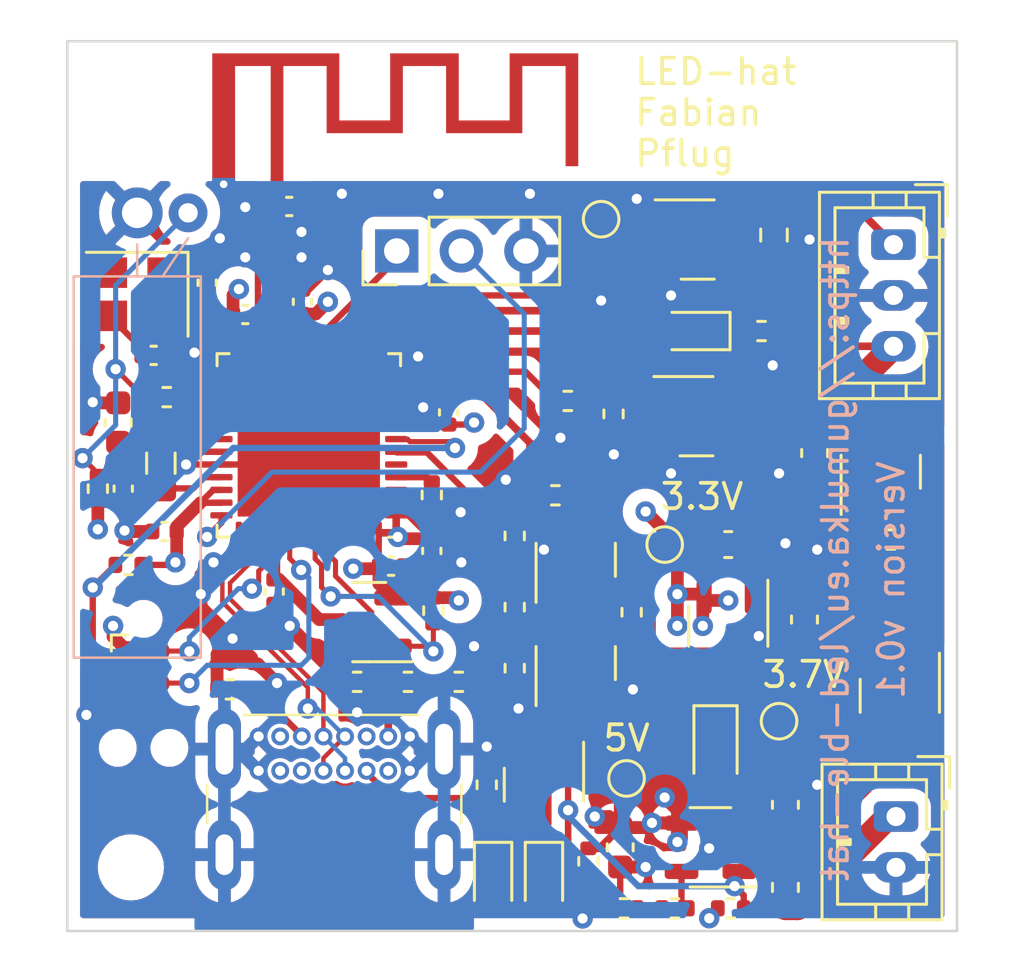
<source format=kicad_pcb>
(kicad_pcb (version 20221018) (generator pcbnew)
  (title_block (title "LED Hat") (date "${date}") (rev "${version}") (company "Fabian Pflug"))
  (layers (0 "F.Cu" signal) (1 "In1.Cu" signal) (2 "In2.Cu" signal) (31 "B.Cu" signal) (34 "B.Paste" user) (35 "F.Paste" user) (36 "B.SilkS" user "B.Silkscreen") (37 "F.SilkS" user "F.Silkscreen") (38 "B.Mask" user) (39 "F.Mask" user) (44 "Edge.Cuts" user))
  (property "date" "2024-03-12")
  (property "version" "v0.1")
  (net 0 "")
  (net 1 "/Antenna")
  (net 2 "GND")
  (net 3 "OSC_IN")
  (net 4 "OSC_OUT")
  (net 5 "/STRIP_VDD")
  (net 6 "Net-(D1-K)")
  (net 7 "LED_INDICATOR")
  (net 8 "VDD")
  (net 9 "VBUS")
  (net 10 "USB+")
  (net 11 "USB-")
  (net 12 "+3.3V")
  (net 13 "SWDIO")
  (net 14 "RESET_N")
  (net 15 "SWCLK")
  (net 16 "/BATT+")
  (net 17 "/RF")
  (net 18 "TX")
  (net 19 "RX")
  (net 20 "/WS2812B_5V")
  (net 21 "/VLXSMPS")
  (net 22 "/VFBSMPS")
  (net 23 "Net-(D5-K)")
  (net 25 "WS2812B_3V3")
  (net 26 "Net-(Q3-G)")
  (net 27 "USB_ENABLE")
  (net 28 "/VDD_USB")
  (net 29 "Net-(J2-Pin_1)")
  (net 30 "ADC_BAT_EN")
  (net 31 "Net-(Q3-D)")
  (net 32 "Net-(Q6-G)")
  (net 33 "Net-(Q6-D)")
  (net 34 "ADC_BAT")
  (net 35 "STRIP_ENABLE")
  (net 36 "Net-(Q7-D)")
  (net 37 "/Boot0")
  (net 38 "SPI_MOSI")
  (net 39 "Net-(U1-PROG)")
  (net 47 "USB_DETECT")
  (net 52 "/CC1")
  (net 53 "/CC2")
  (net 54 "/LED_POWER")
  (net 55 "/~{CHRG}")
  (net 56 "Net-(R24-Pad1)")
  (net 63 "VIBRATION")
  (net 64 "POWER_VIBRATION")
  (footprint "Resistor_SMD:R_0402_1005Metric" (layer "F.Cu") (at 156.1 69.11 180)
    (fp_text reference "R2" hide)
    (fp_text value "10k")
  )
  (footprint "Resistor_SMD:R_0402_1005Metric" (layer "F.Cu") (at 133.909999 49 180)
    (fp_text reference "R26" hide)
    (fp_text value "100k")
  )
  (footprint "Connector_JST:JST_PH_B2B-PH-K_1x02_P2.00mm_Vertical" (layer "F.Cu") (at 162.6 65.5 -90)
    (fp_text reference "J2" hide)
    (fp_text value "Battery")
  )
  (footprint "Capacitor_SMD:C_0402_1005Metric" (layer "F.Cu") (at 132.2 52.6 -90)
    (fp_text reference "C18" hide)
    (fp_text value "~")
  )
  (footprint "Resistor_SMD:R_0402_1005Metric" (layer "F.Cu") (at 146.5 64.25 90)
    (fp_text reference "R6" hide)
    (fp_text value "5.1k")
  )
  (footprint "Capacitor_SMD:C_0402_1005Metric" (layer "F.Cu") (at 133.821825 54.287006 180)
    (fp_text reference "C7" hide)
    (fp_text value "100nF")
  )
  (footprint "Resistor_SMD:R_0402_1005Metric" (layer "F.Cu") (at 149.6875 49.15)
    (fp_text reference "R3" hide)
    (fp_text value "1k")
  )
  (footprint "Resistor_SMD:R_0402_1005Metric" (layer "F.Cu") (at 151.9 69.11 180)
    (fp_text reference "R24" hide)
    (fp_text value "150R")
  )
  (footprint "LED_SMD:LED_0603_1608Metric" (layer "F.Cu") (at 154.587501 46.4 180)
    (fp_text reference "D5" hide)
    (fp_text value "GREEN")
  )
  (footprint "led-hat:GSB1C211110DS1HR" (layer "F.Cu") (at 140.5 67)
    (fp_text reference "J1" hide)
    (fp_text value "USB_C_Receptacle_USB2.0_14P")
  )
  (footprint "Capacitor_SMD:C_0603_1608Metric" (layer "F.Cu") (at 151.75 66.71 -90)
    (fp_text reference "C1" hide)
    (fp_text value "4.7uF")
  )
  (footprint "Capacitor_SMD:C_0603_1608Metric" (layer "F.Cu") (at 159.4 51.2 -90)
    (fp_text reference "C6" hide)
    (fp_text value "4.7uF")
  )
  (footprint "Resistor_SMD:R_0402_1005Metric" (layer "F.Cu") (at 147.6 59.6625 -90)
    (fp_text reference "R13" hide)
    (fp_text value "100k")
  )
  (footprint "Package_TO_SOT_SMD:SOT-23" (layer "F.Cu") (at 150 59.4625 90)
    (fp_text reference "Q6" hide)
    (fp_text value "2N7002")
  )
  (footprint "Fuse:Fuse_0603_1608Metric" (layer "F.Cu") (at 158.25 68.2875 -90)
    (fp_text reference "F1" hide)
    (fp_text value "2A")
  )
  (footprint "Resistor_SMD:R_0402_1005Metric" (layer "F.Cu") (at 136.4 60.5 180)
    (fp_text reference "R9" hide)
    (fp_text value "5.1k")
  )
  (footprint "Resistor_SMD:R_0402_1005Metric" (layer "F.Cu") (at 151.4875 49.66 -90)
    (fp_text reference "R5" hide)
    (fp_text value "100k")
  )
  (footprint "Package_TO_SOT_SMD:SOT-23" (layer "F.Cu") (at 148.75 64.25 -90)
    (fp_text reference "Q1" hide)
    (fp_text value "2N7002")
  )
  (footprint "Capacitor_SMD:C_0402_1005Metric" (layer "F.Cu") (at 137 45.75)
    (fp_text reference "C9" hide)
    (fp_text value "100nF")
  )
  (footprint "Resistor_SMD:R_0402_1005Metric" (layer "F.Cu") (at 162.4 54.6 180)
    (fp_text reference "R10" hide)
    (fp_text value "100k")
  )
  (footprint "Capacitor_SMD:C_0603_1608Metric" (layer "F.Cu") (at 158.25 65.0375 90)
    (fp_text reference "C3" hide)
    (fp_text value "4.7uF")
  )
  (footprint "Resistor_SMD:R_0402_1005Metric" (layer "F.Cu") (at 150.5 67.26 -90)
    (fp_text reference "R1" hide)
    (fp_text value "1k")
  )
  (footprint "Capacitor_SMD:C_0402_1005Metric" (layer "F.Cu") (at 135.5 44.5 90)
    (fp_text reference "C14" hide)
    (fp_text value "C_Small")
  )
  (footprint "Resistor_SMD:R_0603_1608Metric" (layer "F.Cu") (at 157.8 42.625 90)
    (fp_text reference "R14" hide)
    (fp_text value "1k")
  )
  (footprint "Resistor_SMD:R_0402_1005Metric" (layer "F.Cu") (at 157.31 46.4)
    (fp_text reference "R18" hide)
    (fp_text value "1k")
  )
  (footprint "Capacitor_SMD:C_0402_1005Metric" (layer "F.Cu") (at 139.25 45.25 90)
    (fp_text reference "C13" hide)
    (fp_text value "100nF")
  )
  (footprint "Connector_JST:JST_PH_B3B-PH-K_1x03_P2.00mm_Vertical" (layer "F.Cu") (at 162.5 43 -90)
    (fp_text reference "J5" hide)
    (fp_text value "Strip")
  )
  (footprint "Capacitor_SMD:C_0603_1608Metric" (layer "F.Cu") (at 132 50 90)
    (fp_text reference "C16" hide)
    (fp_text value "4.7uF")
  )
  (footprint "TestPoint:TestPoint_Pad_D1.0mm" (layer "F.Cu") (at 152 64)
    (fp_text reference "TP1" hide)
    (fp_text value "VBUS")
  )
  (footprint "Capacitor_SMD:C_0603_1608Metric" (layer "F.Cu") (at 156 54.8)
    (fp_text reference "C5" hide)
    (fp_text value "4.7uF")
  )
  (footprint "MountingHole:MountingHole_2.1mm" (layer "F.Cu") (at 162.5 37.5)
    (fp_text reference "H1" hide)
    (fp_text value "MountingHole")
  )
  (footprint "Connector_PinHeader_2.54mm:PinHeader_1x03_P2.54mm_Vertical" (layer "F.Cu") (at 142.96 43.25 90)
    (fp_text reference "J4" hide)
    (fp_text value "DEBUG")
  )
  (footprint "LED_SMD:LED_0603_1608Metric" (layer "F.Cu") (at 148.75 68 -90)
    (fp_text reference "D1" hide)
    (fp_text value "GREEN")
  )
  (footprint "Inductor_SMD:L_0402_1005Metric" (layer "F.Cu") (at 138.25 43 90)
    (fp_text reference "L2" hide)
    (fp_text value "0")
  )
  (footprint "TestPoint:TestPoint_Pad_D1.0mm" (layer "F.Cu") (at 151 42)
    (fp_text reference "TP10" hide)
    (fp_text value "TestPoint")
  )
  (footprint "Resistor_SMD:R_0402_1005Metric" (layer "F.Cu") (at 149.2 52.8625 180)
    (fp_text reference "R16" hide)
    (fp_text value "51k")
  )
  (footprint "Package_TO_SOT_SMD:SOT-23" (layer "F.Cu") (at 154.75 49.75)
    (fp_text reference "Q3" hide)
    (fp_text value "2N7002")
  )
  (footprint "Resistor_SMD:R_0402_1005Metric" (layer "F.Cu") (at 132.4 55.6 180)
    (fp_text reference "R11" hide)
    (fp_text value "10k")
  )
  (footprint "Resistor_SMD:R_0402_1005Metric" (layer "F.Cu") (at 152.2 57.4625 -90)
    (fp_text reference "R15" hide)
    (fp_text value "100k")
  )
  (footprint "Package_TO_SOT_SMD:SOT-23-5" (layer "F.Cu") (at 155.3 66.71 180)
    (fp_text reference "U1" hide)
    (fp_text value "TP4054")
  )
  (footprint "Capacitor_SMD:C_0402_1005Metric" (layer "F.Cu") (at 133.397561 47.35736)
    (fp_text reference "C12" hide)
    (fp_text value "C_Small")
  )
  (footprint "Crystal:Crystal_SMD_3225-4Pin_3.2x2.5mm" (layer "F.Cu") (at 132.75 44.953197 180)
    (fp_text reference "Y1" hide)
    (fp_text value "32Mhz")
  )
  (footprint "TestPoint:TestPoint_Pad_D1.0mm" (layer "F.Cu") (at 158 61.75)
    (fp_text reference "TP2" hide)
    (fp_text value "VDD")
  )
  (footprint "Resistor_SMD:R_0402_1005Metric" (layer "F.Cu") (at 144.4 57.4 -90)
    (fp_text reference "R20" hide)
    (fp_text value "100k")
  )
  (footprint "Resistor_SMD:R_0402_1005Metric" (layer "F.Cu") (at 131.2 52.6 90)
    (fp_text reference "R25" hide)
    (fp_text value "100k")
  )
  (footprint "Package_TO_SOT_SMD:SOT-23" (layer "F.Cu") (at 162 51.9375 90)
    (fp_text reference "Q4" hide)
    (fp_text value "AO3401A")
  )
  (footprint "Resistor_SMD:R_0402_1005Metric" (layer "F.Cu") (at 143.4 60.2 180)
    (fp_text reference "R22" hide)
    (fp_text value "100k")
  )
  (footprint "RF_Antenna:Texas_SWRA117D_2.4GHz_Right" (layer "F.Cu") (at 138.25 40.625)
    (fp_text reference "AE1" hide)
    (fp_text value "Antenna")
  )
  (footprint "Package_TO_SOT_SMD:SOT-23-3" (layer "F.Cu") (at 156 58 -90)
    (fp_text reference "U2" hide)
    (fp_text value "XC6206P332MR")
  )
  (footprint "MountingHole:MountingHole_2.1mm" (layer "F.Cu") (at 132.5 67.5)
    (fp_text reference "H2" hide)
    (fp_text value "MountingHole")
  )
  (footprint "Resistor_SMD:R_0402_1005Metric" (layer "F.Cu") (at 153.9 69.11 180)
    (fp_text reference "R7" hide)
    (fp_text value "1.5k")
  )
  (footprint "Package_DFN_QFN:QFN-48-1EP_7x7mm_P0.5mm_EP5.6x5.6mm" (layer "F.Cu") (at 139.5 50.9 180)
    (fp_text reference "U3" hide)
    (fp_text value "STM32WB55CGUx")
  )
  (footprint "Package_TO_SOT_SMD:SOT-23" (layer "F.Cu") (at 154.8 42.8)
    (fp_text reference "Q5" hide)
    (fp_text value "2N7002")
  )
  (footprint "Capacitor_SMD:C_0402_1005Metric" (layer "F.Cu") (at 138.73 41.5)
    (fp_text reference "C17" hide)
    (fp_text value "-")
  )
  (footprint "Capacitor_SMD:C_0402_1005Metric" (layer "F.Cu") (at 144.3375 55.05 -90)
    (fp_text reference "C10" hide)
    (fp_text value "100nF")
  )
  (footprint "Capacitor_SMD:C_0402_1005Metric" (layer "F.Cu") (at 142.7375 55.65)
    (fp_text reference "C11" hide)
    (fp_text value "100nF")
  )
  (footprint "Resistor_SMD:R_0402_1005Metric" (layer "F.Cu") (at 144.3375 52.85 90)
    (fp_text reference "R21" hide)
    (fp_text value "10k")
  )
  (footprint "Package_TO_SOT_SMD:SOT-23" (layer "F.Cu") (at 162.75 60.75 -90)
    (fp_text reference "Q2" hide)
    (fp_text value "AO3401A")
  )
  (footprint "Capacitor_SMD:C_0603_1608Metric" (layer "F.Cu") (at 159 57.75 90)
    (fp_text reference "C4" hide)
    (fp_text value "4.7uF")
  )
  (footprint "Package_TO_SOT_SMD:SOT-23" (layer "F.Cu") (at 150 55.4 90)
    (fp_text reference "Q7" hide)
    (fp_text value "BSS84")
  )
  (footprint "Package_TO_SOT_SMD:SOT-23" (layer "F.Cu") (at 141.875 57.85 180)
    (fp_text reference "Q8" hide)
    (fp_text value "BSS84")
  )
  (footprint "Capacitor_SMD:C_0402_1005Metric" (layer "F.Cu") (at 138.1375 56.65 -90)
    (fp_text reference "C8" hide)
    (fp_text value "100nF")
  )
  (footprint "Resistor_SMD:R_0402_1005Metric" (layer "F.Cu") (at 145.4 60.2)
    (fp_text reference "R4" hide)
    (fp_text value "100k")
  )
  (footprint "Connector:Tag-Connect_TC2030-IDC-NL_2x03_P1.27mm_Vertical" (layer "F.Cu") (at 133 60.26 -90)
    (fp_text reference "J3" hide)
    (fp_text value "Prog")
  )
  (footprint "Resistor_SMD:R_0402_1005Metric" (layer "F.Cu") (at 147.6 57.2625 90)
    (fp_text reference "R12" hide)
    (fp_text value "1k")
  )
  (footprint "TestPoint:TestPoint_Pad_D1.0mm" (layer "F.Cu") (at 153.5 54.8)
    (fp_text reference "TP3" hide)
    (fp_text value "+3V3")
  )
  (footprint "Capacitor_SMD:C_0402_1005Metric" (layer "F.Cu") (at 145 49.6 90)
    (fp_text reference "C15" hide)
    (fp_text value "100nF")
  )
  (footprint "Inductor_SMD:L_0805_2012Metric" (layer "F.Cu") (at 133.680403 51.600001 90)
    (fp_text reference "L1" hide)
    (fp_text value "2.2uH")
  )
  (footprint "Resistor_SMD:R_0402_1005Metric" (layer "F.Cu") (at 141.4 60.2 180)
    (fp_text reference "R23" hide)
    (fp_text value "100k")
  )
  (footprint "Resistor_SMD:R_0402_1005Metric" (layer "F.Cu") (at 147.6 54.4625 -90)
    (fp_text reference "R17" hide)
    (fp_text value "51k")
  )
  (footprint "Diode_SMD:D_SOD-323" (layer "F.Cu") (at 155.5 62.75 -90)
    (fp_text reference "D3" hide)
    (fp_text value "Schottky")
  )
  (footprint "LED_SMD:LED_0603_1608Metric" (layer "F.Cu") (at 146.75 68 -90)
    (fp_text reference "D2" hide)
    (fp_text value "RED")
  )
  (footprint "led-hat:SW-18010P" (layer "B.Cu") (at 132.75 49.249999 -90)
    (fp_text reference "SW1" hide)
    (fp_text value "SW_Reed")
  )
  (gr_rect locked (start 130 35) (end 165 70) (stroke (width 0.1)) (fill none) (layer "Edge.Cuts"))
  (gr_text "https://gumulka.eu/led-ble-hat" (at 160.8 42.6 90) (layer "B.SilkS") (effects (font (size 1 1)) (justify left bottom mirror)))
  (gr_text "Version ${version}" (at 163 56.2 90) (layer "B.SilkS") (effects (font (size 1 1)) (justify bottom mirror)))
  (gr_text "LED-hat\nFabian\nPflug" (at 152.25 40) (layer "F.SilkS") (effects (font (size 1 1)) (justify left bottom)))
  (gr_text "5V" (at 151 63) (layer "F.SilkS") (effects (font (size 1 1)) (justify left bottom)))
  (gr_text "3.7V" (at 157.25 60.5) (layer "F.SilkS") (effects (font (size 1 1)) (justify left bottom)))
  (gr_text "3.3V" (at 153.25 53.5) (layer "F.SilkS") (effects (font (size 1 1)) (justify left bottom)))
  (segment (start 138.25 41.5) (end 138.25 40.75) (width 0.5) (layer "F.Cu") (net 1))
  (segment (start 138.25 42.515) (end 138.25 41.5) (width 0.5) (layer "F.Cu") (net 1))
  (segment (start 140.25 44) (end 139.48 44.77) (width 0.3) (layer "F.Cu") (net 2))
  (segment (start 159.4875 64.2625) (end 159.5 64.25) (width 0.5) (layer "F.Cu") (net 2))
  (segment (start 147.6 54.9725) (end 148.7225 54.9725) (width 0.25) (layer "F.Cu") (net 2))
  (segment (start 132.365 61.53) (end 130.78 61.53) (width 0.5) (layer "F.Cu") (net 2))
  (segment (start 161 45) (end 159.8 43.8) (width 0.3) (layer "F.Cu") (net 2))
  (segment (start 144.3375 53.36) (end 145.306474 53.36) (width 0.25) (layer "F.Cu") (net 2))
  (segment (start 136.18 62.85) (end 136.675 62.85) (width 0.25) (layer "F.Cu") (net 2))
  (segment (start 158.025 51.975) (end 158 52) (width 0.5) (layer "F.Cu") (net 2))
  (segment (start 139.25 44.77) (end 139.25 43.538186) (width 0.3) (layer "F.Cu") (net 2))
  (segment (start 148.7225 54.9725) (end 148.75 55) (width 0.25) (layer "F.Cu") (net 2))
  (segment (start 152.15 60.4) (end 152.25 60.5) (width 0.25) (layer "F.Cu") (net 2))
  (segment (start 153.8625 44.8875) (end 153.75 45) (width 0.3) (layer "F.Cu") (net 2))
  (segment (start 137 43.5) (end 137 41.525) (width 0.25) (layer "F.Cu") (net 2))
  (segment (start 134.703197 45.803197) (end 135 46.1) (width 0.25) (layer "F.Cu") (net 2))
  (segment (start 147.5725 60.2) (end 147.6 60.1725) (width 0.5) (layer "F.Cu") (net 2))
  (segment (start 148.04 43.25) (end 148.04 41.16) (width 0.3) (layer "F.Cu") (net 2))
  (segment (start 150.95 60.4) (end 152.15 60.4) (width 0.25) (layer "F.Cu") (net 2))
  (segment (start 136.0625 51.65) (end 138.75 51.65) (width 0.25) (layer "F.Cu") (net 2))
  (segment (start 135.25 57.25) (end 135.25 56.75) (width 0.5) (layer "F.Cu") (net 2))
  (segment (start 159.2 43.2) (end 159.2 42.8) (width 0.3) (layer "F.Cu") (net 2))
  (segment (start 144.2175 55.65) (end 144.3375 55.53) (width 0.5) (layer "F.Cu") (net 2))
  (segment (start 137.75 49.15) (end 139.5 50.9) (width 0.25) (layer "F.Cu") (net 2))
  (segment (start 153.8125 51.9375) (end 153.75 52) (width 0.3) (layer "F.Cu") (net 2))
  (segment (start 139.211814 42.500001) (end 139.211813 42.5) (width 0.3) (layer "F.Cu") (net 2))
  (segment (start 147.6 61.1) (end 147.75 61.25) (width 0.3) (layer "F.Cu") (net 2))
  (segment (start 137.75 47.4625) (end 137.75 49.15) (width 0.25) (layer "F.Cu") (net 2))
  (segment (start 136.18 62.85) (end 136.05 62.98) (width 0.25) (layer "F.Cu") (net 2))
  (segment (start 132.287006 54.287006) (end 132.25 54.25) (width 0.5) (layer "F.Cu") (net 2))
  (segment (start 143.2175 55.65) (end 144.2175 55.65) (width 0.5) (layer "F.Cu") (net 2))
  (segment (start 137.75 46.313173) (end 137.48 46.043173) (width 0.25) (layer "F.Cu") (net 2))
  (segment (start 140.89 60.2) (end 140.89 60.89) (width 0.3) (layer "F.Cu") (net 2))
  (segment (start 134.670353 51.650002) (end 134.670354 51.650001) (width 0.25) (layer "F.Cu") (net 2))
  (segment (start 131.65 42.849999) (end 132.75 41.749999) (width 0.5) (layer "F.Cu") (net 2))
  (segment (start 144.72 49.4) (end 145 49.12) (width 0.25) (layer "F.Cu") (net 2))
  (segment (start 157.575 58.4) (end 159 56.975) (width 0.5) (layer "F.Cu") (net 2))
  (segment (start 135.5 44.02) (end 135.5 43.25) (width 0.25) (layer "F.Cu") (net 2))
  (segment (start 133.85 45.803197) (end 134.703197 45.803197) (width 0.25) (layer "F.Cu") (net 2))
  (segment (start 137.48 46.043173) (end 137.48 45.75) (width 0.25) (layer "F.Cu") (net 2))
  (segment (start 135.25 56) (end 135.25 56.75) (width 0.5) (layer "F.Cu") (net 2))
  (segment (start 158.2 54.8) (end 158.25 54.75) (width 0.5) (layer "F.Cu") (net 2))
  (segment (start 139.211813 41.501813) (end 139.21 41.5) (width 0.3) (layer "F.Cu") (net 2))
  (segment (start 140.89 60.2) (end 140.89 60.14) (width 0.3) (layer "F.Cu") (net 2))
  (segment (start 140.89 60.14) (end 138.75 58) (width 0.3) (layer "F.Cu") (net 2))
  (segment (start 131.025 49.225) (end 131 49.2) (width 0.5) (layer "F.Cu") (net 2))
  (segment (start 145.91 60.2) (end 147.5725 60.2) (width 0.5) (layer "F.Cu") (net 2))
  (segment (start 157.82 47.68) (end 157.75 47.75) (width 0.3) (layer "F.Cu") (net 2))
  (segment (start 155.29 66.71) (end 155.25 66.75) (width 0.5) (layer "F.Cu") (net 2))
  (segment (start 153.8625 43.75) (end 153.8625 44.8875) (width 0.3) (layer "F.Cu") (net 2))
  (segment (start 140.89 60.89) (end 141.4 61.4) (width 0.3) (layer "F.Cu") (net 2))
  (segment (start 148.04 41.16) (end 148.2 41) (width 0.3) (layer "F.Cu") (net 2))
  (segment (start 157.2 58.4) (end 157.575 58.4) (width 0.5) (layer "F.Cu") (net 2))
  (segment (start 147.6 60.1725) (end 147.6 61.1) (width 0.3) (layer "F.Cu") (net 2))
  (segment (start 156.4375 66.71) (end 155.29 66.71) (width 0.5) (layer "F.Cu") (net 2))
  (segment (start 137.25 59.25) (end 136.5 58.5) (width 0.5) (layer "F.Cu") (net 2))
  (segment (start 144 49.4) (end 144.72 49.4) (width 0.25) (layer "F.Cu") (net 2))
  (segment (start 138.25 60.25) (end 137.49 59.49) (width 0.5) (layer "F.Cu") (net 2))
  (segment (start 134.89264 47.35736) (end 135 47.25) (width 0.25) (layer "F.Cu") (net 2))
  (segment (start 133.341825 54.287006) (end 132.287006 54.287006) (width 0.5) (layer "F.Cu") (net 2))
  (segment (start 137.49 59.49) (end 137.25 59.49) (width 0.5) (layer "F.Cu") (net 2))
  (segment (start 150.671221 69.11) (end 150.271092 69.510129) (width 0.25) (layer "F.Cu") (net 2))
  (segment (start 137.25 59.49) (end 137.25 59.25) (width 0.5) (layer "F.Cu") (net 2))
  (segment (start 137 41.525) (end 136.1 40.625) (width 0.25) (layer "F.Cu") (net 2))
  (segment (start 135.75 55.5) (end 135.25 56) (width 0.5) (layer "F.Cu") (net 2))
  (segment (start 136.675 62.85) (end 137.525 63.7) (width 0.5) (layer "F.Cu") (net 2))
  (segment (start 132 49.225) (end 131.025 49.225) (width 0.5) (layer "F.Cu") (net 2))
  (segment (start 138.1375 57.3875) (end 138.75 58) (width 0.5) (layer "F.Cu") (net 2))
  (segment (start 159.8 43.8) (end 159.2 43.2) (width 0.3) (layer "F.Cu") (net 2))
  (segment (start 158.25 64.2625) (end 159.4875 64.2625) (width 0.5) (layer "F.Cu") (net 2))
  (segment (start 137.48 45.75) (end 137.5 45.73) (width 0.25) (layer "F.Cu") (net 2))
  (segment (start 147.0625 63.3125) (end 146.5 62.75) (width 0.25) (layer "F.Cu") (net 2))
  (segment (start 152.75 67.485) (end 151.75 67.485) (width 0.5) (layer "F.Cu") (net 2))
  (segment (start 137.5 44) (end 137 43.5) (width 0.25) (layer "F.Cu") (net 2))
  (segment (start 151.75 68.75) (end 151.39 69.11) (width 0.25) (layer "F.Cu") (net 2))
  (segment (start 138.1375 57.13) (end 138.1375 57.3875) (width 0.5) (layer "F.Cu") (net 2))
  (segment (start 159.4 51.975) (end 158.025 51.975) (width 0.5) (layer "F.Cu") (net 2))
  (segment (start 151.4875 51.2375) (end 151.5 51.25) (width 0.25) (layer "F.Cu") (net 2))
  (segment (start 151.75 67.485) (end 151.75 68.75) (width 0.25) (layer "F.Cu") (net 2))
  (segment (start 138.75 51.65) (end 139.5 50.9) (width 0.25) (layer "F.Cu") (net 2))
  (segment (start 156.775 54.8) (end 158.2 54.8) (width 0.5) (layer "F.Cu") (net 2))
  (segment (start 157.82 46.4) (end 157.82 47.68) (width 0.3) (layer "F.Cu") (net 2))
  (segment (start 133.877561 47.35736) (end 134.89264 47.35736) (width 0.25) (layer "F.Cu") (net 2))
  (segment (start 139.211813 42.5) (end 139.211813 41.501813) (width 0.3) (layer "F.Cu") (net 2))
  (segment (start 136.5 58.5) (end 135.89 59.11) (width 0.5) (layer "F.Cu") (net 2))
  (segment (start 157.2 58.4) (end 157.2 57.1125) (width 0.5) (layer "F.Cu") (net 2))
  (segment (start 131.65 44.103197) (end 131.65 42.849999) (width 0.5) (layer "F.Cu") (net 2))
  (segment (start 162.5 45) (end 161 45) (width 0.3) (layer "F.Cu") (net 2))
  (segment (start 135.5 43.25) (end 136 42.75) (width 0.25) (layer "F.Cu") (net 2))
  (segment (start 157.2 57.1125) (end 156.95 56.8625) (width 0.5) (layer "F.Cu") (net 2))
  (segment (start 139.48 44.77) (end 139.25 44.77) (width 0.3) (layer "F.Cu") (net 2))
  (segment (start 153.8125 50.7) (end 153.8125 51.9375) (width 0.3) (layer "F.Cu") (net 2))
  (segment (start 146.5 63.74) (end 146.5 62.75) (width 0.25) (layer "F.Cu") (net 2))
  (segment (start 139.211814 43.5) (end 139.211814 42.500001) (width 0.3) (layer "F.Cu") (net 2))
  (segment (start 145.306474 53.36) (end 145.473237 53.526763) (width 0.25) (layer "F.Cu") (net 2))
  (segment (start 136.5 58.5) (end 135.25 57.25) (width 0.5) (layer "F.Cu") (net 2))
  (segment (start 139.25 43.538186) (end 139.211814 43.5) (width 0.3) (layer "F.Cu") (net 2))
  (segment (start 145.47 55.53) (end 145.5 55.5) (width 0.25) (layer "F.Cu") (net 2))
  (segment (start 144.3375 55.53) (end 145.47 55.53) (width 0.5) (layer "F.Cu") (net 2))
  (segment (start 137.5 45.73) (end 137.5 44) (width 0.25) (layer "F.Cu") (net 2))
  (segment (start 130.78 61.53) (end 130.75 61.5) (width 0.5) (layer "F.Cu") (net 2))
  (segment (start 151.4875 50.17) (end 151.4875 51.2375) (width 0.25) (layer "F.Cu") (net 2))
  (segment (start 135.89 59.11) (end 135.89 60.5) (width 0.5) (layer "F.Cu") (net 2))
  (segment (start 147.8 63.3125) (end 147.0625 63.3125) (width 0.25) (layer "F.Cu") (net 2))
  (segment (start 135 46.1) (end 135 47.25) (width 0.25) (layer "F.Cu") (net 2))
  (segment (start 151.39 69.11) (end 150.671221 69.11) (width 0.25) (layer "F.Cu") (net 2))
  (segment (start 134.670354 51.650001) (end 136.0625 51.650001) (width 0.25) (layer "F.Cu") (net 2))
  (segment (start 137.75 47.4625) (end 137.75 46.313173) (width 0.25) (layer "F.Cu") (net 2))
  (segment (start 145.51 55.51) (end 145.5 55.5) (width 0.25) (layer "F.Cu") (net 2))
  (via (at 139.211813 42.5) (size 0.8) (drill 0.4) (layers "F.Cu" "B.Cu") (net 2))
  (via (at 132.25 54.25) (size 0.8) (drill 0.4) (layers "F.Cu" "B.Cu") (net 2))
  (via (at 153.75 52) (size 0.8) (drill 0.4) (layers "F.Cu" "B.Cu") (net 2))
  (via (at 138.75 58) (size 0.8) (drill 0.4) (layers "F.Cu" "B.Cu") (net 2))
  (via (at 131 49.2) (size 0.8) (drill 0.4) (layers "F.Cu" "B.Cu") (net 2))
  (via (at 135 47.25) (size 0.8) (drill 0.4) (layers "F.Cu" "B.Cu") (net 2))
  (via (at 153.75 45) (size 0.8) (drill 0.4) (layers "F.Cu" "B.Cu") (net 2))
  (via (at 140.25 44) (size 0.8) (drill 0.4) (layers "F.Cu" "B.Cu") (net 2))
  (via (at 149.4 50.6) (size 0.8) (drill 0.4) (layers "F.Cu" "B.Cu") (net 2))
  (via (at 145.5 55.5) (size 0.8) (drill 0.4) (layers "F.Cu" "B.Cu") (net 2))
  (via (at 159.2 42.8) (size 0.8) (drill 0.4) (layers "F.Cu" "B.Cu") (net 2))
  (via (at 135.25 56.75) (size 0.8) (drill 0.4) (layers "F.Cu" "B.Cu") (net 2))
  (via (at 146.5 62.75) (size 0.8) (drill 0.4) (layers "F.Cu" "B.Cu") (net 2))
  (via (at 157.2 58.4) (size 0.8) (drill 0.4) (layers "F.Cu" "B.Cu") (net 2))
  (via (at 137 41.525) (size 0.8) (drill 0.4) (layers "F.Cu" "B.Cu") (net 2))
  (via (at 148.75 55) (size 0.8) (drill 0.4) (layers "F.Cu" "B.Cu") (net 2))
  (via (at 137 43.5) (size 0.8) (drill 0.4) (layers "F.Cu" "B.Cu") (net 2))
  (via (at 140.8 41) (size 0.8) (drill 0.4) (layers "F.Cu" "B.Cu") (net 2))
  (via (at 147.25 52.25) (size 0.8) (drill 0.4) (layers "F.Cu" "B.Cu") (net 2))
  (via (at 136.5 58.5) (size 0.8) (drill 0.4) (layers "F.Cu" "B.Cu") (net 2))
  (via (at 155.25 66.75) (size 0.8) (drill 0.4) (layers "F.Cu" "B.Cu") (net 2))
  (via (at 158.25 54.75) (size 0.8) (drill 0.4) (layers "F.Cu" "B.Cu") (net 2))
  (via (at 136 42.75) (size 0.8) (drill 0.4) (layers "F.Cu" "B.Cu") (net 2))
  (via (at 143.8 47.4) (size 0.8) (drill 0.4) (layers "F.Cu" "B.Cu") (net 2))
  (via (at 144.6 41) (size 0.8) (drill 0.4) (layers "F.Cu" "B.Cu") (net 2))
  (via (at 141.4 61.4) (size 0.8) (drill 0.4) (layers "F.Cu" "B.Cu") (net 2))
  (via (at 134.670353 51.650002) (size 0.8) (drill 0.4) (layers "F.Cu" "B.Cu") (net 2))
  (via (at 159.5 64.25) (size 0.8) (drill 0.4) (layers "F.Cu" "B.Cu") (net 2))
  (via (at 147.75 61.25) (size 0.8) (drill 0.4) (layers "F.Cu" "B.Cu") (net 2))
  (via (at 159.5 55) (size 0.8) (drill 0.4) (layers "F.Cu" "B.Cu") (net 2))
  (via (at 130.75 61.5) (size 0.8) (drill 0.4) (layers "F.Cu" "B.Cu") (net 2))
  (via (at 139.211814 43.5) (size 0.8) (drill 0.4) (layers "F.Cu" "B.Cu") (net 2))
  (via (at 152.4 41.2) (size 0.8) (drill 0.4) (layers "F.Cu" "B.Cu") (net 2))
  (via (at 138.25 60.25) (size 0.8) (drill 0.4) (layers "F.Cu" "B.Cu") (net 2))
  (via (at 148.2 41) (size 0.8) (drill 0.4) (layers "F.Cu" "B.Cu") (net 2))
  (via (at 146 58.8) (size 0.8) (drill 0.4) (layers "F.Cu" "B.Cu") (net 2))
  (via (at 157.75 47.75) (size 0.8) (drill 0.4) (layers "F.Cu" "B.Cu") (net 2))
  (via (at 152.75 67.485) (size 0.8) (drill 0.4) (layers "F.Cu" "B.Cu") (net 2))
  (via (at 152.25 60.5) (size 0.8) (drill 0.4) (layers "F.Cu" "B.Cu") (net 2))
  (via (at 151.5 51.25) (size 0.8) (drill 0.4) (layers "F.Cu" "B.Cu") (net 2))
  (via (at 158 52) (size 0.8) (drill 0.4) (layers "F.Cu" "B.Cu") (net 2))
  (via (at 135.75 55.5) (size 0.8) (drill 0.4) (layers "F.Cu" "B.Cu") (net 2))
  (via (at 145.473237 53.526763) (size 0.8) (drill 0.4) (layers "F.Cu" "B.Cu") (net 2))
  (via (at 144 49.4) (size 0.8) (drill 0.4) (layers "F.Cu" "B.Cu") (net 2))
  (via (at 151 45.2) (size 0.8) (drill 0.4) (layers "F.Cu" "B.Cu") (net 2))
  (via (at 150.271092 69.510129) (size 0.8) (drill 0.4) (layers "F.Cu" "B.Cu") (net 2))
  (segment (start 136.675 62.85) (end 137.525 63.7) (width 0.5) (layer "B.Cu") (net 2))
  (segment (start 144.82 67) (end 144.82 62.85) (width 0.5) (layer "B.Cu") (net 2))
  (segment (start 136.18 62.85) (end 136.675 62.85) (width 0.5) (layer "B.Cu") (net 2))
  (segment (start 144.82 62.85) (end 144.325 62.85) (width 0.5) (layer "B.Cu") (net 2))
  (segment (start 136.18 67) (end 136.18 62.85) (width 0.5) (layer "B.Cu") (net 2))
  (segment (start 144.325 62.85) (end 143.475 63.7) (width 0.5) (layer "B.Cu") (net 2))
  (segment (start 133.400202 48.15) (end 132.917561 47.667359) (width 0.25) (layer "F.Cu") (net 3))
  (segment (start 132.917561 47.070758) (end 131.65 45.803197) (width 0.25) (layer "F.Cu") (net 3))
  (segment (start 132.917561 47.35736) (end 132.917561 47.070758) (width 0.25) (layer "F.Cu") (net 3))
  (segment (start 136.0625 48.15) (end 133.400202 48.15) (width 0.25) (layer "F.Cu") (net 3))
  (segment (start 132.917561 47.667359) (end 132.917561 47.35736) (width 0.25) (layer "F.Cu") (net 3))
  (segment (start 135.5 44.98) (end 135.5 45.75) (width 0.25) (layer "F.Cu") (net 4))
  (segment (start 135.332942 44.98) (end 135.5 44.98) (width 0.25) (layer "F.Cu") (net 4))
  (segment (start 134.456139 44.103197) (end 135.332942 44.98) (width 0.25) (layer "F.Cu") (net 4))
  (segment (start 136.75 47) (end 136.75 47.4625) (width 0.25) (layer "F.Cu") (net 4))
  (segment (start 135.5 45.75) (end 136.75 47) (width 0.25) (layer "F.Cu") (net 4))
  (segment (start 133.85 44.103197) (end 134.456139 44.103197) (width 0.25) (layer "F.Cu") (net 4))
  (segment (start 159.4 50.425) (end 159.4 50.1) (width 1) (layer "F.Cu") (net 5))
  (segment (start 159.4 50.1) (end 162.5 47) (width 1) (layer "F.Cu") (net 5))
  (segment (start 160.25 47) (end 162.5 47) (width 0.3) (layer "F.Cu") (net 5))
  (segment (start 157.8 44.55) (end 160.25 47) (width 0.3) (layer "F.Cu") (net 5))
  (segment (start 161.425 50.425) (end 159.4 50.425) (width 1) (layer "F.Cu") (net 5))
  (segment (start 162 47.5) (end 162.5 47) (width 1) (layer "F.Cu") (net 5))
  (segment (start 157.8 43.45) (end 157.8 44.55) (width 0.3) (layer "F.Cu") (net 5))
  (segment (start 162 51) (end 161.425 50.425) (width 1) (layer "F.Cu") (net 5))
  (segment (start 148.75 65.1875) (end 148.75 67.2125) (width 0.25) (layer "F.Cu") (net 6))
  (segment (start 143.3125 46.4) (end 153.800001 46.4) (width 0.3) (layer "F.Cu") (net 7))
  (segment (start 142.25 47.4625) (end 143.3125 46.4) (width 0.3) (layer "F.Cu") (net 7))
  (segment (start 150.95 56.3375) (end 151.585 56.3375) (width 0.3) (layer "F.Cu") (net 8))
  (segment (start 153 58.5) (end 153.5 59) (width 0.3) (layer "F.Cu") (net 8))
  (segment (start 153 57.25) (end 153 58.5) (width 0.3) (layer "F.Cu") (net 8))
  (segment (start 153.5 59) (end 155.8625 59) (width 0.3) (layer "F.Cu") (net 8))
  (segment (start 151.585 56.3375) (end 152.2 56.9525) (width 0.3) (layer "F.Cu") (net 8))
  (segment (start 152.2 56.9525) (end 152.7025 56.9525) (width 0.3) (layer "F.Cu") (net 8))
  (segment (start 152.7025 56.9525) (end 153 57.25) (width 0.3) (layer "F.Cu") (net 8))
  (segment (start 155.8625 59) (end 156 59.1375) (width 0.3) (layer "F.Cu") (net 8))
  (segment (start 156.7 63.8) (end 155.5 63.8) (width 0.25) (layer "F.Cu") (net 9))
  (segment (start 159.8 63.1625) (end 157.3375 63.1625) (width 0.25) (layer "F.Cu") (net 9))
  (segment (start 150.5 66.75) (end 150.935 66.75) (width 0.3) (layer "F.Cu") (net 9))
  (segment (start 159.8 63.1625) (end 159.896948 63.1625) (width 0.2) (layer "F.Cu") (net 9))
  (segment (start 150.935 66.75) (end 151.75 65.935) (width 0.3) (layer "F.Cu") (net 9))
  (segment (start 142.625 61.485) (end 142.625 62.35) (width 0.3) (layer "F.Cu") (net 9))
  (segment (start 153 65.75) (end 154.1525 65.75) (width 0.5) (layer "F.Cu") (net 9))
  (segment (start 155.59 69.162966) (end 155.252347 69.500619) (width 0.25) (layer "F.Cu") (net 9))
  (segment (start 151.315 65.5) (end 151.75 65.935) (width 0.5) (layer "F.Cu") (net 9))
  (segment (start 143.91 60.2) (end 142.625 61.485) (width 0.3) (layer "F.Cu") (net 9))
  (segment (start 163.246948 59.8125) (end 163.7 59.8125) (width 0.2) (layer "F.Cu") (net 9))
  (segment (start 157.3375 63.1625) (end 156.7 63.8) (width 0.25) (layer "F.Cu") (net 9))
  (segment (start 154 65.25) (end 153.5 64.75) (width 0.5) (layer "F.Cu") (net 9))
  (segment (start 152.815 65.935) (end 153 65.75) (width 0.5) (layer "F.Cu") (net 9))
  (segment (start 151.75 65.935) (end 152.815 65.935) (width 0.5) (layer "F.Cu") (net 9))
  (segment (start 150.75 65.5) (end 151.315 65.5) (width 0.5) (layer "F.Cu") (net 9))
  (segment (start 154 66.5) (end 154 65.25) (width 0.5) (layer "F.Cu") (net 9))
  (segment (start 144.89 60.2) (end 143.91 60.2) (width 0.3) (layer "F.Cu") (net 9))
  (segment (start 154.1525 65.75) (end 154.1625 65.76) (width 0.5) (layer "F.Cu") (net 9))
  (segment (start 159.896948 63.1625) (end 163.246948 59.8125) (width 0.2) (layer "F.Cu") (net 9))
  (segment (start 155.59 69.11) (end 155.59 69.162966) (width 0.25) (layer "F.Cu") (net 9))
  (via (at 155.252347 69.500619) (size 0.8) (drill 0.4) (layers "F.Cu" "B.Cu") (net 9))
  (via (at 150.75 65.5) (size 0.8) (drill 0.4) (layers "F.Cu" "B.Cu") (net 9))
  (via (at 154 66.5) (size 0.8) (drill 0.4) (layers "F.Cu" "B.Cu") (net 9))
  (via (at 153.5 64.75) (size 0.8) (drill 0.4) (layers "F.Cu" "B.Cu") (net 9))
  (via (at 153 65.75) (size 0.8) (drill 0.4) (layers "F.Cu" "B.Cu") (net 9))
  (segment (start 137.25 54.993751) (end 137.25 54.3375) (width 0.174752) (layer "F.Cu") (net 10))
  (segment (start 140.075 62.35) (end 140.075 60.611628) (width 0.174752) (layer "F.Cu") (net 10))
  (segment (start 140.075 60.611628) (end 136.400876 56.937504) (width 0.174752) (layer "F.Cu") (net 10))
  (segment (start 136.400876 56.937504) (end 136.400876 56.312496) (width 0.174752) (layer "F.Cu") (net 10))
  (segment (start 137.150876 55.092875) (end 137.25 54.993751) (width 0.174752) (layer "F.Cu") (net 10))
  (segment (start 136.400876 56.312496) (end 137.150876 55.562496) (width 0.174752) (layer "F.Cu") (net 10))
  (segment (start 137.150876 55.562496) (end 137.150876 55.092875) (width 0.174752) (layer "F.Cu") (net 10))
  (segment (start 140.925 63.2) (end 140.075 62.35) (width 0.174752) (layer "B.Cu") (net 10))
  (segment (start 140.925 63.7) (end 140.925 63.2) (width 0.174752) (layer "B.Cu") (net 10))
  (segment (start 139.460624 61.25) (end 139.460624 60.423996) (width 0.174752) (layer "F.Cu") (net 11))
  (segment (start 136.099124 57.062496) (end 136.099124 56.187504) (width 0.174752) (layer "F.Cu") (net 11))
  (segment (start 140.075 63.7) (end 140.075 63.2) (width 0.174752) (layer "F.Cu") (net 11))
  (segment (start 136.849124 55.092875) (end 136.75 54.993751) (width 0.174752) (layer "F.Cu") (net 11))
  (segment (start 136.849124 55.437504) (end 136.849124 55.092875) (width 0.174752) (layer "F.Cu") (net 11))
  (segment (start 139.460624 60.423996) (end 136.099124 57.062496) (width 0.174752) (layer "F.Cu") (net 11))
  (segment (start 136.099124 56.187504) (end 136.849124 55.437504) (width 0.174752) (layer "F.Cu") (net 11))
  (segment (start 140.075 63.2) (end 140.925 62.35) (width 0.174752) (layer "F.Cu") (net 11))
  (segment (start 136.75 54.993751) (end 136.75 54.3375) (width 0.174752) (layer "F.Cu") (net 11))
  (via (at 139.460624 61.25) (size 0.8) (drill 0.4) (layers "F.Cu" "B.Cu") (net 11))
  (segment (start 139.825 61.25) (end 140.925 62.35) (width 0.174752) (layer "B.Cu") (net 11))
  (segment (start 139.460624 61.25) (end 139.825 61.25) (width 0.174752) (layer "B.Cu") (net 11))
  (segment (start 142.25 54.3375) (end 142.25 55.6425) (width 0.25) (layer "F.Cu") (net 12))
  (segment (start 136.52 45.76149) (end 136.52 45.75) (width 0.25) (layer "F.Cu") (net 12))
  (segment (start 154 56.75) (end 154.9375 56.75) (width 0.5) (layer "F.Cu") (net 12))
  (segment (start 144.39 56.9) (end 144.4 56.89) (width 0.5) (layer "F.Cu") (net 12))
  (segment (start 135.236038 53.155636) (end 134.301824 54.08985) (width 0.5) (layer "F.Cu") (net 12))
  (segment (start 134.15 55.6) (end 134.25 55.5) (width 0.25) (layer "F.Cu") (net 12))
  (segment (start 146.000763 50) (end 145.920763 50.08) (width 0.25) (layer "F.Cu") (net 12))
  (segment (start 141.25 55.75) (end 142.1575 55.75) (width 0.5) (layer "F.Cu") (net 12))
  (segment (start 139.25 45.73) (end 139.77 45.73) (width 0.5) (layer "F.Cu") (net 12))
  (segment (start 138.75 46.75) (end 139.25 46.25) (width 0.25) (layer "F.Cu") (net 12))
  (segment (start 138.75 47.4625) (end 138.75 46.75) (width 0.25) (layer "F.Cu") (net 12))
  (segment (start 142.25 55.6425) (end 142.2575 55.65) (width 0.25) (layer "F.Cu") (net 12))
  (segment (start 139.77 45.73) (end 140.25 45.25) (width 0.5) (layer "F.Cu") (net 12))
  (segment (start 142.2575 55.65) (end 142.2575 56.345) (width 0.5) (layer "F.Cu") (net 12))
  (segment (start 155.05 54.975) (end 155.225 54.8) (width 0.5) (layer "F.Cu") (net 12))
  (segment (start 155.05 56.8625) (end 155.05 54.975) (width 0.5) (layer "F.Cu") (net 12))
  (segment (start 154 55.3) (end 153.5 54.8) (width 0.5) (layer "F.Cu") (net 12))
  (segment (start 155 56.9125) (end 155.05 56.8625) (width 0.5) (layer "F.Cu") (net 12))
  (segment (start 142.9375 50.15) (end 144.93 50.15) (width 0.25) (layer "F.Cu") (net 12))
  (segment (start 134.301825 55.448175) (end 134.25 55.5) (width 0.5) (layer "F.Cu") (net 12))
  (segment (start 145.29 56.89) (end 145.4 57) (width 0.5) (layer "F.Cu") (net 12))
  (segment (start 154.9375 56.75) (end 155.05 56.8625) (width 0.5) (layer "F.Cu") (net 12))
  (segment (start 137.25 47.4625) (end 137.25 46.49149) (width 0.25) (layer "F.Cu") (net 12))
  (segment (start 143.07 54.57) (end 143 54.5) (width 0.5) (layer "F.Cu") (net 12))
  (segment (start 134.301825 54.287006) (end 134.301825 55.448175) (width 0.5) (layer "F.Cu") (net 12))
  (segment (start 142.9375 54.4375) (end 143 54.5) (width 0.3) (layer "F.Cu") (net 12))
  (segment (start 136.056865 53.155636) (end 135.236038 53.155636) (width 0.25) (layer "F.Cu") (net 12))
  (segment (start 142.25 54.3375) (end 142.8375 54.3375) (width 0.3) (layer "F.Cu") (net 12))
  (segment (start 154 58) (end 154 56.75) (width 0.5) (layer "F.Cu") (net 12))
  (segment (start 132.2 53.08) (end 132.2 52.12) (width 0.5) (layer "F.Cu") (net 12))
  (segment (start 136.52 44.98) (end 136.75 44.75) (width 0.5) (layer "F.Cu") (net 12))
  (segment (start 145.920763 50.08) (end 145 50.08) (width 0.25) (layer "F.Cu") (net 12))
  (segment (start 131.8 58) (end 131.8 58.425) (width 0.5) (layer "F.Cu") (net 12))
  (segment (start 153.5 54.25) (end 152.75 53.5) (width 0.5) (layer "F.Cu") (net 12))
  (segment (start 131.2 53.11) (end 132.17 53.11) (width 0.5) (layer "F.Cu") (net 12))
  (segment (start 131.2 53.11) (end 131.2 54.2) (width 0.5) (layer "F.Cu") (net 12))
  (segment (start 144.93 50.15) (end 145 50.08) (width 0.25) (layer "F.Cu") (net 12))
  (segment (start 153.5 54.8) (end 153.5 54.25) (width 0.5) (layer "F.Cu") (net 12))
  (segment (start 142.9375 53.65) (end 143.4175 53.65) (width 0.25) (layer "F.Cu") (net 12))
  (segment (start 155.225 54.8) (end 153.5 54.8) (width 0.5) (layer "F.Cu") (net 12))
  (segment (start 136.0625 53.150001) (end 136.056865 53.155636) (width 0.25) (layer "F.Cu") (net 12))
  (segment (start 142.8125 56.9) (end 144.39 56.9) (width 0.5) (layer "F.Cu") (net 12))
  (segment (start 144.4 56.89) (end 145.29 56.89) (width 0.5) (layer "F.Cu") (net 12))
  (segment (start 143.4175 53.65) (end 144.3375 54.57) (width 0.25) (layer "F.Cu") (net 12))
  (segment (start 142.9375 53.65) (end 142.9375 54.4375) (width 0.3) (layer "F.Cu") (net 12))
  (segment (start 132.17 53.11) (end 132.2 53.08) (width 0.5) (layer "F.Cu") (net 12))
  (segment (start 142.2575 56.345) (end 142.8125 56.9) (width 0.5) (layer "F.Cu") (net 12))
  (segment (start 134.301824 54.08985) (end 134.301824 54.287006) (width 0.5) (layer "F.Cu") (net 12))
  (segment (start 137.25 46.49149) (end 136.52 45.76149) (width 0.25) (layer "F.Cu") (net 12))
  (segment (start 156 57) (end 155.1875 57) (width 0.5) (layer "F.Cu") (net 12))
  (segment (start 136.52 45.75) (end 136.52 44.98) (width 0.5) (layer "F.Cu") (net 12))
  (segment (start 155.1875 57) (end 155.05 56.8625) (width 0.5) (layer "F.Cu") (net 12))
  (segment (start 142.1575 55.75) (end 142.2575 55.65) (width 0.5) (layer "F.Cu") (net 12))
  (segment (start 139.25 46.25) (end 139.25 45.73) (width 0.25) (layer "F.Cu") (net 12))
  (segment (start 142.8375 54.3375) (end 143 54.5) (width 0.25) (layer "F.Cu") (net 12))
  (segment (start 144.3375 54.57) (end 143.07 54.57) (width 0.5) (layer "F.Cu") (net 12))
  (segment (start 132.91 55.6) (end 134.15 55.6) (width 0.25) (layer "F.Cu") (net 12))
  (segment (start 155 58) (end 155 56.9125) (width 0.5) (layer "F.Cu") (net 12))
  (segment (start 136.0625 52.65) (end 135.741674 52.65) (width 0.25) (layer "F.Cu") (net 12))
  (segment (start 154 56.75) (end 154 55.3) (width 0.5) (layer "F.Cu") (net 12))
  (segment (start 135.741674 52.65) (end 135.236038 53.155636) (width 0.25) (layer "F.Cu") (net 12))
  (segment (start 131.8 58.425) (end 132.365 58.99) (width 0.5) (layer "F.Cu") (net 12))
  (via (at 154 56.75) (size 0.8) (drill 0.4) (layers "F.Cu" "B.Cu") (net 12))
  (via (at 155 58) (size 0.8) (drill 0.4) (layers "F.Cu" "B.Cu") (net 12))
  (via (at 140.25 45.25) (size 0.8) (drill 0.4) (layers "F.Cu" "B.Cu") (net 12))
  (via (at 131.8 58) (size 0.8) (drill 0.4) (layers "F.Cu" "B.Cu") (net 12))
  (via (at 143 54.5) (size 0.8) (drill 0.4) (layers "F.Cu" "B.Cu") (net 12))
  (via (at 131.2 54.2) (size 0.8) (drill 0.4) (layers "F.Cu" "B.Cu") (net 12))
  (via (at 146.000763 50) (size 0.8) (drill 0.4) (layers "F.Cu" "B.Cu") (net 12))
  (via (at 152.75 53.5) (size 0.8) (drill 0.4) (layers "F.Cu" "B.Cu") (net 12))
  (via (at 145.4 57) (size 0.8) (drill 0.4) (layers "F.Cu" "B.Cu") (net 12))
  (via (at 156 57) (size 0.8) (drill 0.4) (layers "F.Cu" "B.Cu") (net 12))
  (via (at 154 58) (size 0.8) (drill 0.4) (layers "F.Cu" "B.Cu") (net 12))
  (via (at 134.25 55.5) (size 0.8) (drill 0.4) (layers "F.Cu" "B.Cu") (net 12))
  (via (at 141.25 55.75) (size 0.8) (drill 0.4) (layers "F.Cu" "B.Cu") (net 12))
  (via (at 136.75 44.75) (size 0.8) (drill 0.4) (layers "F.Cu" "B.Cu") (net 12))
  (segment (start 134.8 59) (end 134.79 58.99) (width 0.2) (layer "F.Cu") (net 13))
  (segment (start 137.5275 56.26689) (end 137.5275 55.843866) (width 0.2) (layer "F.Cu") (net 13))
  (segment (start 137.75 55.621366) (end 137.75 54.3375) (width 0.2) (layer "F.Cu") (net 13))
  (segment (start 134.79 58.99) (end 133.635 58.99) (width 0.2) (layer "F.Cu") (net 13))
  (segment (start 137.260108 56.534282) (end 137.5275 56.26689) (width 0.2) (layer "F.Cu") (net 13))
  (segment (start 137.5275 55.843866) (end 137.75 55.621366) (width 0.2) (layer "F.Cu") (net 13))
  (via (at 137.260108 56.534282) (size 0.8) (drill 0.4) (layers "F.Cu" "B.Cu") (net 13))
  (via (at 134.8 59) (size 0.8) (drill 0.4) (layers "F.Cu" "B.Cu") (net 13))
  (segment (start 134.8 58.46005) (end 136.725768 56.534282) (width 0.2) (layer "B.Cu") (net 13))
  (segment (start 134.8 59) (end 134.8 58.46005) (width 0.2) (layer "B.Cu") (net 13))
  (segment (start 136.725768 56.534282) (end 137.260108 56.534282) (width 0.2) (layer "B.Cu") (net 13))
  (segment (start 132.365 60.26) (end 131 58.895) (width 0.25) (layer "F.Cu") (net 14))
  (segment (start 131 58.895) (end 131 56.49) (width 0.25) (layer "F.Cu") (net 14))
  (segment (start 145.25 51) (end 145 50.75) (width 0.2) (layer "F.Cu") (net 14))
  (segment (start 131 56.49) (end 131.89 55.6) (width 0.25) (layer "F.Cu") (net 14))
  (segment (start 143.374999 50.65) (end 142.9375 50.65) (width 0.2) (layer "F.Cu") (net 14))
  (segment (start 145 50.75) (end 143.474999 50.75) (width 0.2) (layer "F.Cu") (net 14))
  (segment (start 143.474999 50.75) (end 143.374999 50.65) (width 0.2) (layer "F.Cu") (net 14))
  (via (at 145.25 51) (size 0.8) (drill 0.4) (layers "F.Cu" "B.Cu") (net 14))
  (via (at 131 56.49) (size 0.8) (drill 0.4) (layers "F.Cu" "B.Cu") (net 14))
  (segment (start 145.25 51) (end 136.525305 51) (width 0.25) (layer "B.Cu") (net 14))
  (segment (start 136.525305 51) (end 131.035305 56.49) (width 0.25) (layer "B.Cu") (net 14))
  (segment (start 131.035305 56.49) (end 131 56.49) (width 0.25) (layer "B.Cu") (net 14))
  (segment (start 134.8 60.25) (end 133.645 60.25) (width 0.2) (layer "F.Cu") (net 15))
  (segment (start 139.2 55.8) (end 138.75 55.35) (width 0.2) (layer "F.Cu") (net 15))
  (segment (start 133.645 60.25) (end 133.635 60.26) (width 0.2) (layer "F.Cu") (net 15))
  (segment (start 138.75 55.35) (end 138.75 54.3375) (width 0.2) (layer "F.Cu") (net 15))
  (via (at 139.2 55.8) (size 0.8) (drill 0.4) (layers "F.Cu" "B.Cu") (net 15))
  (via (at 134.8 60.25) (size 0.8) (drill 0.4) (layers "F.Cu" "B.Cu") (net 15))
  (segment (start 135.5 59.55) (end 139.2 59.55) (width 0.2) (layer "B.Cu") (net 15))
  (segment (start 139.5 56.1) (end 139.2 55.8) (width 0.2) (layer "B.Cu") (net 15))
  (segment (start 134.8 60.25) (end 135.5 59.55) (width 0.2) (layer "B.Cu") (net 15))
  (segment (start 139.2 59.55) (end 139.5 59.25) (width 0.2) (layer "B.Cu") (net 15))
  (segment (start 139.5 59.25) (end 139.5 56.1) (width 0.2) (layer "B.Cu") (net 15))
  (segment (start 158.25 65.8125) (end 159.618738 65.8125) (width 1) (layer "F.Cu") (net 16))
  (segment (start 156.4375 65.76) (end 158.1975 65.76) (width 0.75) (layer "F.Cu") (net 16))
  (segment (start 158.1975 65.76) (end 158.25 65.8125) (width 0.75) (layer "F.Cu") (net 16))
  (segment (start 162.75 62.681238) (end 162.75 61.6875) (width 1) (layer "F.Cu") (net 16))
  (segment (start 158.25 67.5) (end 158.25 65.8125) (width 1) (layer "F.Cu") (net 16))
  (segment (start 159.618738 65.8125) (end 162.75 62.681238) (width 1) (layer "F.Cu") (net 16))
  (segment (start 138.25 47.4625) (end 138.25 46) (width 0.25) (layer "F.Cu") (net 17))
  (segment (start 138.25 43.485) (end 138.25 46) (width 0.5) (layer "F.Cu") (net 17))
  (segment (start 142.96 43.565305) (end 139.75 46.775305) (width 0.25) (layer "F.Cu") (net 18))
  (segment (start 139.75 46.775305) (end 139.75 47.4625) (width 0.25) (layer "F.Cu") (net 18))
  (segment (start 142.96 43.25) (end 142.96 43.565305) (width 0.25) (layer "F.Cu") (net 18))
  (segment (start 136.0625 53.65) (end 136.0625 53.9375) (width 0.25) (layer "F.Cu") (net 19))
  (segment (start 136.0625 53.9375) (end 135.5 54.5) (width 0.25) (layer "F.Cu") (net 19))
  (via (at 135.5 54.5) (size 0.8) (drill 0.4) (layers "F.Cu" "B.Cu") (net 19))
  (segment (start 146.250305 51.949695) (end 147.975 50.225) (width 0.2) (layer "B.Cu") (net 19))
  (segment (start 135.5 54.5) (end 138.050305 51.949695) (width 0.2) (layer "B.Cu") (net 19))
  (segment (start 147.975 45.725) (end 145.5 43.25) (width 0.2) (layer "B.Cu") (net 19))
  (segment (start 138.050305 51.949695) (end 146.250305 51.949695) (width 0.2) (layer "B.Cu") (net 19))
  (segment (start 147.975 50.225) (end 147.975 45.725) (width 0.2) (layer "B.Cu") (net 19))
  (segment (start 156.8 42.8) (end 157.8 41.8) (width 0.3) (layer "F.Cu") (net 20))
  (segment (start 157.8 41.8) (end 161.3 41.8) (width 0.3) (layer "F.Cu") (net 20))
  (segment (start 161.3 41.8) (end 162.5 43) (width 0.3) (layer "F.Cu") (net 20))
  (segment (start 155.7375 42.8) (end 156.8 42.8) (width 0.3) (layer "F.Cu") (net 20))
  (segment (start 134.953196 52.58995) (end 133.752954 52.58995) (width 0.25) (layer "F.Cu") (net 21))
  (segment (start 136.0625 52.15) (end 135.393145 52.15) (width 0.25) (layer "F.Cu") (net 21))
  (segment (start 133.752954 52.58995) (end 133.680403 52.662501) (width 0.25) (layer "F.Cu") (net 21))
  (segment (start 135.393145 52.15) (end 134.953196 52.58995) (width 0.25) (layer "F.Cu") (net 21))
  (segment (start 133.442904 50.775) (end 133.680403 50.537501) (width 0.3) (layer "F.Cu") (net 22))
  (segment (start 132 50.775) (end 133.442904 50.775) (width 0.3) (layer "F.Cu") (net 22))
  (segment (start 133.680403 50.537501) (end 134.597802 50.537501) (width 0.25) (layer "F.Cu") (net 22))
  (segment (start 135.210302 51.15) (end 136.0625 51.15) (width 0.25) (layer "F.Cu") (net 22))
  (segment (start 134.597802 50.537501) (end 135.210302 51.15) (width 0.25) (layer "F.Cu") (net 22))
  (segment (start 155.375001 46.4) (end 156.8 46.4) (width 0.3) (layer "F.Cu") (net 23))
  (segment (start 141.75 46.939904) (end 143.089904 45.6) (width 0.3) (layer "F.Cu") (net 25))
  (segment (start 149.15 45.6) (end 152.9 41.85) (width 0.3) (layer "F.Cu") (net 25))
  (segment (start 143.089904 45.6) (end 149.15 45.6) (width 0.3) (layer "F.Cu") (net 25))
  (segment (start 152.9 41.85) (end 153.8625 41.85) (width 0.3) (layer "F.Cu") (net 25))
  (segment (start 141.75 47.4625) (end 141.75 46.939904) (width 0.3) (layer "F.Cu") (net 25))
  (segment (start 151.8375 48.8) (end 151.4875 49.15) (width 0.2) (layer "F.Cu") (net 26))
  (segment (start 153.8125 48.8) (end 151.8375 48.8) (width 0.2) (layer "F.Cu") (net 26))
  (segment (start 151.4875 49.15) (end 150.1975 49.15) (width 0.2) (layer "F.Cu") (net 26))
  (segment (start 139.75 54.3375) (end 139.75 55.36005) (width 0.2) (layer "F.Cu") (net 27))
  (segment (start 140 56.4799) (end 140.36005 56.83995) (width 0.2) (layer "F.Cu") (net 27))
  (segment (start 144.4 57.91) (end 144.4 59) (width 0.2) (layer "F.Cu") (net 27))
  (segment (start 139.75 55.36005) (end 140 55.61005) (width 0.2) (layer "F.Cu") (net 27))
  (segment (start 140 55.61005) (end 140 56.4799) (width 0.2) (layer "F.Cu") (net 27))
  (segment (start 144.2 58.8) (end 142.8125 58.8) (width 0.2) (layer "F.Cu") (net 27))
  (segment (start 144.4 59) (end 144.2 58.8) (width 0.2) (layer "F.Cu") (net 27))
  (via (at 144.4 59) (size 0.8) (drill 0.4) (layers "F.Cu" "B.Cu") (net 27))
  (via (at 140.36005 56.83995) (size 0.8) (drill 0.4) (layers "F.Cu" "B.Cu") (net 27))
  (segment (start 144.4 59) (end 142.23995 56.83995) (width 0.2) (layer "B.Cu") (net 27))
  (segment (start 142.23995 56.83995) (end 140.36005 56.83995) (width 0.2) (layer "B.Cu") (net 27))
  (segment (start 138.25 56.0575) (end 138.1375 56.17) (width 0.25) (layer "F.Cu") (net 28))
  (segment (start 140.8375 57.75) (end 140.9375 57.85) (width 0.5) (layer "F.Cu") (net 28))
  (segment (start 138.1375 56.17) (end 138.325766 56.17) (width 0.5) (layer "F.Cu") (net 28))
  (segment (start 139.905766 57.75) (end 140.8375 57.75) (width 0.5) (layer "F.Cu") (net 28))
  (segment (start 138.25 54.3375) (end 138.25 56.0575) (width 0.25) (layer "F.Cu") (net 28))
  (segment (start 138.325766 56.17) (end 139.905766 57.75) (width 0.5) (layer "F.Cu") (net 28))
  (segment (start 158.25 69.075) (end 158.724999 69.075) (width 1) (layer "F.Cu") (net 29))
  (segment (start 162.299999 65.5) (end 162.6 65.5) (width 1) (layer "F.Cu") (net 29))
  (segment (start 158.724999 69.075) (end 162.299999 65.5) (width 1) (layer "F.Cu") (net 29))
  (segment (start 142.9375 51.15) (end 142.9625 51.175) (width 0.25) (layer "F.Cu") (net 30))
  (segment (start 146.75 55.9025) (end 147.6 56.7525) (width 0.25) (layer "F.Cu") (net 30))
  (segment (start 144.14678 51.175) (end 146.75 53.77822) (width 0.25) (layer "F.Cu") (net 30))
  (segment (start 142.9625 51.175) (end 144.14678 51.175) (width 0.25) (layer "F.Cu") (net 30))
  (segment (start 146.75 53.77822) (end 146.75 55.9025) (width 0.25) (layer "F.Cu") (net 30))
  (segment (start 161.89 54.6) (end 161.89 53.715) (width 0.2) (layer "F.Cu") (net 31))
  (segment (start 160.675 53.25) (end 157.75 53.25) (width 0.2) (layer "F.Cu") (net 31))
  (segment (start 155.75 49.8125) (end 155.6875 49.75) (width 0.2) (layer "F.Cu") (net 31))
  (segment (start 157.75 53.25) (end 155.75 51.25) (width 0.2) (layer "F.Cu") (net 31))
  (segment (start 161.05 52.875) (end 160.675 53.25) (width 0.2) (layer "F.Cu") (net 31))
  (segment (start 155.75 51.25) (end 155.75 49.8125) (width 0.2) (layer "F.Cu") (net 31))
  (segment (start 161.89 53.715) (end 161.05 52.875) (width 0.2) (layer "F.Cu") (net 31))
  (segment (start 148.8475 60.4) (end 147.6 59.1525) (width 0.2) (layer "F.Cu") (net 32))
  (segment (start 149.05 60.4) (end 148.8475 60.4) (width 0.2) (layer "F.Cu") (net 32))
  (segment (start 147.6 57.7725) (end 147.6 59.1525) (width 0.2) (layer "F.Cu") (net 32))
  (segment (start 150 58.525) (end 150 57.2875) (width 0.3) (layer "F.Cu") (net 33))
  (segment (start 152.2 57.9725) (end 150.5525 57.9725) (width 0.3) (layer "F.Cu") (net 33))
  (segment (start 150.5525 57.9725) (end 150 58.525) (width 0.3) (layer "F.Cu") (net 33))
  (segment (start 150 57.2875) (end 149.05 56.3375) (width 0.3) (layer "F.Cu") (net 33))
  (segment (start 142.9375 48.65) (end 144.247056 48.65) (width 0.3) (layer "F.Cu") (net 34))
  (segment (start 148.2 52.3725) (end 148.69 52.8625) (width 0.3) (layer "F.Cu") (net 34))
  (segment (start 147.6 53.9525) (end 148.69 52.8625) (width 0.3) (layer "F.Cu") (net 34))
  (segment (start 144.247056 48.65) (end 144.422056 48.475) (width 0.3) (layer "F.Cu") (net 34))
  (segment (start 144.422056 48.475) (end 145.875 48.475) (width 0.3) (layer "F.Cu") (net 34))
  (segment (start 145.875 48.475) (end 148.2 50.8) (width 0.3) (layer "F.Cu") (net 34))
  (segment (start 148.2 50.8) (end 148.2 52.3725) (width 0.3) (layer "F.Cu") (net 34))
  (segment (start 144.075305 48.15) (end 142.9375 48.15) (width 0.25) (layer "F.Cu") (net 35))
  (segment (start 149.1775 49.15) (end 148.0275 48) (width 0.25) (layer "F.Cu") (net 35))
  (segment (start 148.0275 48) (end 144.225305 48) (width 0.25) (layer "F.Cu") (net 35))
  (segment (start 144.225305 48) (end 144.075305 48.15) (width 0.25) (layer "F.Cu") (net 35))
  (segment (start 150 53.1525) (end 150 54.4625) (width 0.3) (layer "F.Cu") (net 36))
  (segment (start 149.71 52.8625) (end 150 53.1525) (width 0.3) (layer "F.Cu") (net 36))
  (segment (start 144.1475 52.15) (end 144.3375 52.34) (width 0.25) (layer "F.Cu") (net 37))
  (segment (start 142.9375 52.15) (end 144.1475 52.15) (width 0.25) (layer "F.Cu") (net 37))
  (segment (start 148.5 45) (end 151 42.5) (width 0.25) (layer "F.Cu") (net 38))
  (segment (start 151 42.5) (end 151 42) (width 0.25) (layer "F.Cu") (net 38))
  (segment (start 142.72526 45) (end 148.5 45) (width 0.25) (layer "F.Cu") (net 38))
  (segment (start 140.75 46.97526) (end 142.72526 45) (width 0.25) (layer "F.Cu") (net 38))
  (segment (start 140.75 47.4625) (end 140.75 46.97526) (width 0.25) (layer "F.Cu") (net 38))
  (segment (start 154.1625 67.66) (end 154.1625 68.8625) (width 0.25) (layer "F.Cu") (net 39))
  (segment (start 154.1625 68.8625) (end 154.41 69.11) (width 0.25) (layer "F.Cu") (net 39))
  (segment (start 141.975 58.225) (end 141.6 58.6) (width 0.2) (layer "F.Cu") (net 47))
  (segment (start 141.6 58.6) (end 141.6 59.89) (width 0.2) (layer "F.Cu") (net 47))
  (segment (start 140.25 54.3375) (end 140.25 55.16005) (width 0.2) (layer "F.Cu") (net 47))
  (segment (start 141.6 59.89) (end 141.91 60.2) (width 0.2) (layer "F.Cu") (net 47))
  (segment (start 141.975 57.46495) (end 141.975 58.225) (width 0.2) (layer "F.Cu") (net 47))
  (segment (start 140.55 56.03995) (end 141.975 57.46495) (width 0.2) (layer "F.Cu") (net 47))
  (segment (start 142.89 60.2) (end 141.91 60.2) (width 0.3) (layer "F.Cu") (net 47))
  (segment (start 140.25 55.16005) (end 140.55 55.46005) (width 0.2) (layer "F.Cu") (net 47))
  (segment (start 140.55 55.46005) (end 140.55 56.03995) (width 0.2) (layer "F.Cu") (net 47))
  (segment (start 139.225 62.35) (end 139.225 62.316116) (width 0.25) (layer "F.Cu") (net 52))
  (segment (start 137.24 60.5) (end 136.91 60.5) (width 0.25) (layer "F.Cu") (net 52))
  (segment (start 137.418884 60.51) (end 137.25 60.51) (width 0.25) (layer "F.Cu") (net 52))
  (segment (start 137.25 60.51) (end 137.24 60.5) (width 0.25) (layer "F.Cu") (net 52))
  (segment (start 139.225 62.316116) (end 137.418884 60.51) (width 0.25) (layer "F.Cu") (net 52))
  (segment (start 142.775 64.775) (end 141.775 63.775) (width 0.25) (layer "F.Cu") (net 53))
  (segment (start 141.775 63.775) (end 141.775 63.7) (width 0.25) (layer "F.Cu") (net 53))
  (segment (start 146.5 64.76) (end 146.485 64.775) (width 0.25) (layer "F.Cu") (net 53))
  (segment (start 146.485 64.775) (end 142.775 64.775) (width 0.25) (layer "F.Cu") (net 53))
  (segment (start 150.5 67.77) (end 150.5 68.5) (width 0.25) (layer "F.Cu") (net 54))
  (segment (start 150.2125 68.7875) (end 146.75 68.7875) (width 0.25) (layer "F.Cu") (net 54))
  (segment (start 150.5 68.5) (end 150.2125 68.7875) (width 0.25) (layer "F.Cu") (net 54))
  (segment (start 147.5125 67.975) (end 146.75 67.2125) (width 0.25) (layer "F.Cu") (net 55))
  (segment (start 149.7 67.51254) (end 149.23754 67.975) (width 0.25) (layer "F.Cu") (net 55))
  (segment (start 156.4375 68.049388) (end 156.4375 67.66) (width 0.25) (layer "F.Cu") (net 55))
  (segment (start 156.25 68.236888) (end 156.61 68.596888) (width 0.25) (layer "F.Cu") (net 55))
  (segment (start 149.7 63.3125) (end 149.7 67.51254) (width 0.25) (layer "F.Cu") (net 55))
  (segment (start 149.7 65.25) (end 149.7 67.51254) (width 0.25) (layer "F.Cu") (net 55))
  (segment (start 149.23754 67.975) (end 147.5125 67.975) (width 0.25) (layer "F.Cu") (net 55))
  (segment (start 156.61 68.596888) (end 156.61 69.11) (width 0.25) (layer "F.Cu") (net 55))
  (segment (start 156.25 68.236888) (end 156.4375 68.049388) (width 0.25) (layer "F.Cu") (net 55))
  (via (at 149.7 65.25) (size 0.8) (drill 0.4) (layers "F.Cu" "B.Cu") (net 55))
  (via (at 156.25 68.236888) (size 0.8) (drill 0.4) (layers "F.Cu" "B.Cu") (net 55))
  (segment (start 149.7 65.25) (end 149.7 65.475305) (width 0.25) (layer "B.Cu") (net 55))
  (segment (start 149.7 65.475305) (end 152.461583 68.236888) (width 0.25) (layer "B.Cu") (net 55))
  (segment (start 152.461583 68.236888) (end 156.25 68.236888) (width 0.25) (layer "B.Cu") (net 55))
  (segment (start 153.39 69.11) (end 152.41 69.11) (width 0.25) (layer "F.Cu") (net 56))
  (segment (start 134.2 49.62) (end 134.019999 49.62) (width 0.2) (layer "F.Cu") (net 63))
  (segment (start 136.0625 50.15) (end 136.025 50.1125) (width 0.2) (layer "F.Cu") (net 63))
  (segment (start 134.019999 49.62) (end 133.399999 49) (width 0.2) (layer "F.Cu") (net 63))
  (segment (start 134.6925 50.1125) (end 134.2 49.62) (width 0.2) (layer "F.Cu") (net 63))
  (segment (start 131.2 52) (end 130.6 51.4) (width 0.2) (layer "F.Cu") (net 63))
  (segment (start 131.9 47.9) (end 133 49) (width 0.2) (layer "F.Cu") (net 63))
  (segment (start 131.2 52.09) (end 131.2 52) (width 0.2) (layer "F.Cu") (net 63))
  (segment (start 136.025 50.1125) (end 134.6925 50.1125) (width 0.2) (layer "F.Cu") (net 63))
  (segment (start 133 49) (end 133.399999 49) (width 0.2) (layer "F.Cu") (net 63))
  (via (at 131.9 47.9) (size 0.8) (drill 0.4) (layers "F.Cu" "B.Cu") (net 63))
  (via (at 130.6 51.4) (size 0.8) (drill 0.4) (layers "F.Cu" "B.Cu") (net 63))
  (segment (start 131.9 44.6) (end 134.75 41.749999) (width 0.2) (layer "B.Cu") (net 63))
  (segment (start 131.9 50.1) (end 131.9 44.6) (width 0.2) (layer "B.Cu") (net 63))
  (segment (start 130.6 51.4) (end 131.9 50.1) (width 0.2) (layer "B.Cu") (net 63))
  (segment (start 135.069999 49.65) (end 134.419999 49) (width 0.2) (layer "F.Cu") (net 64))
  (segment (start 136.0625 49.65) (end 135.069999 49.65) (width 0.2) (layer "F.Cu") (net 64))
  (zone (net 8) (net_name "VDD") (layer "F.Cu") (priority 2) (connect_pads (clearance 0.5)) (min_thickness 0.25) (fill yes (thermal_gap 0.5) (thermal_bridge_width 0.5))
    (polygon (pts (xy 164.5 62.75) (xy 154 62.75) (xy 153.25 61.5) (xy 153.25 58.25) (xy 160.5 58.25) (xy 160.5 56.25) (xy 161.75 56.25) (xy 161.75 50.75) (xy 164.5 50.75)))
  )
  (zone (net 9) (net_name "VBUS") (layer "F.Cu") (priority 1) (connect_pads (clearance 0.5)) (min_thickness 0.25) (fill yes (thermal_gap 0.5) (thermal_bridge_width 0.5))
    (polygon (pts (xy 154 62.75) (xy 153.25 61.5) (xy 150.5 61.5) (xy 150.5 67.25) (xy 155.25 67.25) (xy 155.25 65) (xy 157.5 65) (xy 157.5 62.75)))
  )
  (zone (net 2) (net_name "GND") (layers "F.Cu" "In1.Cu" "B.Cu") (connect_pads (clearance 0.5)) (min_thickness 0.25) (fill yes (thermal_gap 0.5) (thermal_bridge_width 0.5))
    (polygon (pts (xy 130.5 69.5) (xy 130.5 40.5) (xy 164.5 40.5) (xy 164.5 69.5)))
  )
  (zone (net 2) (net_name "GND") (layer "B.Cu") (priority 5) (connect_pads (clearance 0.5)) (min_thickness 0.25) (fill yes (thermal_gap 0.5) (thermal_bridge_width 0.5))
    (polygon (pts (xy 135 62.75) (xy 146 62.75) (xy 146 70) (xy 135 70)))
  )
)
</source>
